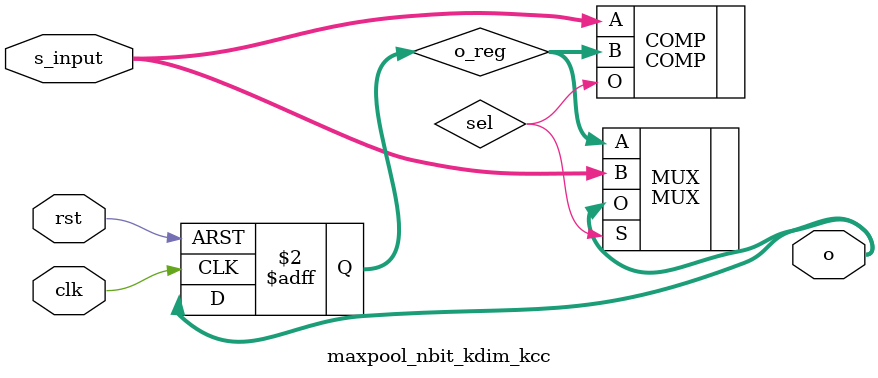
<source format=sv>
`timescale 1ns / 1ps

module maxpool_nbit_kdim_kcc #(parameter N = 8)(
	input			clk, rst,
	input	[N-1:0]	s_input,
	output	[N-1:0]	o
);	

	logic	[N-1:0]	o_reg;
	logic			sel;
	
	always@(posedge clk or posedge rst) begin
		if(rst) o_reg <= {N{1'b0}};
		else o_reg <= o;
	end		
	 
	COMP #(.N(N)) COMP( //A >= B => O = 1;
		.A(s_input),
		.B(o_reg),
		.O(sel)
	);
	
	MUX #(.N(N)) MUX(
		.A(o_reg),
		.B(s_input),
		.S(sel),
		.O(o)
);

endmodule
</source>
